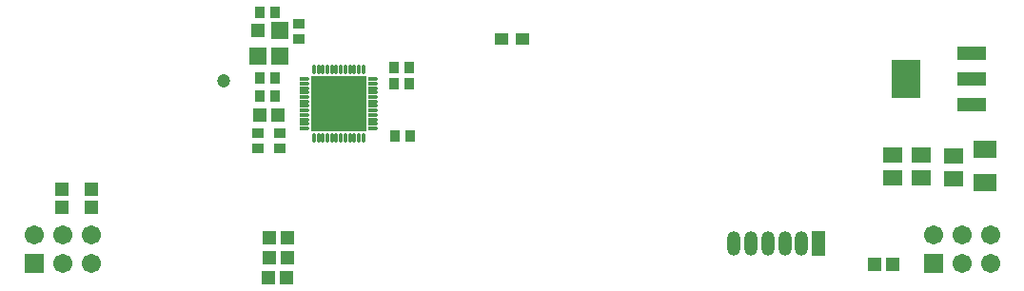
<source format=gbs>
G04 Layer_Color=16711935*
%FSLAX44Y44*%
%MOMM*%
G71*
G01*
G75*
%ADD47R,1.1532X1.2032*%
%ADD49R,1.2032X1.1532*%
%ADD50R,1.0032X0.9532*%
%ADD53R,1.2032X2.2032*%
%ADD54O,1.2032X2.2032*%
%ADD55C,1.7032*%
%ADD56R,1.7032X1.7032*%
%ADD57C,1.2032*%
%ADD58R,1.8034X1.4732*%
%ADD59R,2.0532X1.5032*%
%ADD60R,2.6032X3.5032*%
%ADD61R,2.6032X1.2032*%
%ADD62R,0.9532X1.0032*%
%ADD63C,1.2032*%
%ADD64O,0.8532X0.4032*%
%ADD65O,0.4032X0.8532*%
%ADD66R,4.9032X4.9032*%
%ADD67R,1.5032X1.5032*%
%ADD68R,1.2032X1.2032*%
%ADD69R,1.2032X1.0160*%
D47*
X51011Y50048D02*
D03*
Y66048D02*
D03*
X24879Y50124D02*
D03*
Y66124D02*
D03*
D49*
X763807Y-599D02*
D03*
X747807D02*
D03*
X225212Y22805D02*
D03*
X209212D02*
D03*
X225504Y4722D02*
D03*
X209503D02*
D03*
X208790Y-12700D02*
D03*
X224790D02*
D03*
X217000Y132000D02*
D03*
X201000D02*
D03*
D50*
X199000Y102250D02*
D03*
Y115750D02*
D03*
X219000D02*
D03*
Y102250D02*
D03*
X235384Y213411D02*
D03*
Y199911D02*
D03*
D53*
X697952Y17768D02*
D03*
D54*
X682952D02*
D03*
X667952D02*
D03*
X652952D02*
D03*
X637952D02*
D03*
X622952D02*
D03*
D55*
X50800Y25400D02*
D03*
Y0D02*
D03*
X25400Y25400D02*
D03*
Y0D02*
D03*
X0Y25400D02*
D03*
X850900D02*
D03*
Y0D02*
D03*
X825500Y25400D02*
D03*
Y0D02*
D03*
X800100Y25400D02*
D03*
D56*
X0Y0D02*
D03*
X800100D02*
D03*
D57*
X265062Y148088D02*
D03*
X277062D02*
D03*
X265062Y136088D02*
D03*
X277062D02*
D03*
D58*
X764000Y76000D02*
D03*
Y96320D02*
D03*
X789000Y75840D02*
D03*
Y96160D02*
D03*
X818000Y75680D02*
D03*
Y96000D02*
D03*
D59*
X846458Y101300D02*
D03*
Y72300D02*
D03*
D60*
X776000Y164000D02*
D03*
D61*
X834000Y141000D02*
D03*
X834000Y164000D02*
D03*
X834000Y187000D02*
D03*
D62*
X334819Y112954D02*
D03*
X321319D02*
D03*
X334210Y159659D02*
D03*
X320710D02*
D03*
X334210Y174039D02*
D03*
X320710D02*
D03*
X201250Y149000D02*
D03*
X214750D02*
D03*
X201250Y165000D02*
D03*
X214750D02*
D03*
X200956Y223245D02*
D03*
X214456D02*
D03*
D63*
X168631Y162875D02*
D03*
D64*
X301312Y164088D02*
D03*
Y160088D02*
D03*
Y156088D02*
D03*
Y152088D02*
D03*
Y148088D02*
D03*
Y144088D02*
D03*
Y140088D02*
D03*
Y136088D02*
D03*
Y132088D02*
D03*
Y128088D02*
D03*
Y124088D02*
D03*
Y120088D02*
D03*
X240812D02*
D03*
Y124088D02*
D03*
Y128088D02*
D03*
Y132088D02*
D03*
Y136088D02*
D03*
Y140088D02*
D03*
Y144088D02*
D03*
Y148088D02*
D03*
Y152088D02*
D03*
Y156088D02*
D03*
Y160088D02*
D03*
Y164088D02*
D03*
D65*
X293062Y111838D02*
D03*
X289062D02*
D03*
X285062D02*
D03*
X281062D02*
D03*
X277062D02*
D03*
X273062D02*
D03*
X269062D02*
D03*
X265062D02*
D03*
X261062D02*
D03*
X257062D02*
D03*
X253062D02*
D03*
X249062D02*
D03*
Y172338D02*
D03*
X253062D02*
D03*
X257062D02*
D03*
X261062D02*
D03*
X265062D02*
D03*
X269062D02*
D03*
X273062D02*
D03*
X277062D02*
D03*
X281062D02*
D03*
X285062D02*
D03*
X289062D02*
D03*
X293062D02*
D03*
D66*
X271062Y142088D02*
D03*
D67*
X199161Y184065D02*
D03*
X218862D02*
D03*
Y207065D02*
D03*
D68*
X199161D02*
D03*
D69*
X416376Y199590D02*
D03*
X434376D02*
D03*
M02*

</source>
